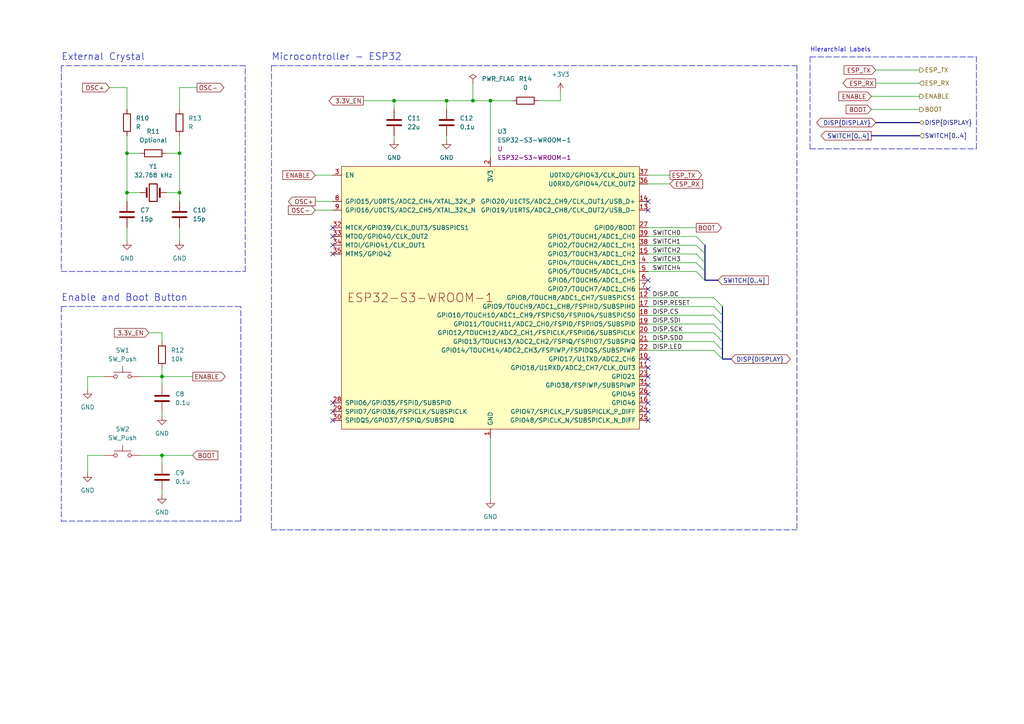
<source format=kicad_sch>
(kicad_sch (version 20211123) (generator eeschema)
  (paper "A4")
  (lib_symbols
    (symbol "Device:C" (pin_numbers hide) (pin_names (offset 0.254))
      (property "Reference" "C" (at 0.635 2.54 0))
      (property "Value" "C" (at 0.635 -2.54 0))
      (symbol "C_0_1"
        (polyline (pts (xy -2.032 -0.762) (xy 2.032 -0.762)) (stroke (width 0.508)))
        (polyline (pts (xy -2.032 0.762) (xy 2.032 0.762)) (stroke (width 0.508)))
      )
      (symbol "C_1_1"
        (pin passive line (at 0 3.81 270) (length 2.794) (name "~") (number "1"))
        (pin passive line (at 0 -3.81 90) (length 2.794) (name "~") (number "2"))
      )
    )
    (symbol "Device:Crystal" (pin_numbers hide) (pin_names (offset 1.016) hide)
      (property "Reference" "Y" (at 0 3.81 0))
      (property "Value" "Crystal" (at 0 -3.81 0))
      (symbol "Crystal_0_1"
        (rectangle (start -1.143 2.54) (end 1.143 -2.54) (stroke (width 0.3048)))
        (polyline (pts (xy -2.54 0) (xy -1.905 0)))
        (polyline (pts (xy -1.905 -1.27) (xy -1.905 1.27)) (stroke (width 0.508)))
        (polyline (pts (xy 1.905 -1.27) (xy 1.905 1.27)) (stroke (width 0.508)))
        (polyline (pts (xy 2.54 0) (xy 1.905 0)))
      )
      (symbol "Crystal_1_1"
        (pin passive line (at -3.81 0 0) (length 1.27) (name "1") (number "1"))
        (pin passive line (at 3.81 0 180) (length 1.27) (name "2") (number "2"))
      )
    )
    (symbol "Device:R" (pin_numbers hide) (pin_names (offset 0))
      (property "Reference" "R" (at 2.032 0 90))
      (property "Value" "R" (at 0 0 90))
      (symbol "R_0_1"
        (rectangle (start -1.016 -2.54) (end 1.016 2.54) (stroke (width 0.254)))
      )
      (symbol "R_1_1"
        (pin passive line (at 0 3.81 270) (length 1.27) (name "~") (number "1"))
        (pin passive line (at 0 -3.81 90) (length 1.27) (name "~") (number "2"))
      )
    )
    (symbol "Espressif:ESP32-S3-WROOM-1" (pin_names (offset 1.016))
      (property "Value" "ESP32-S3-WROOM-1" (at 0 0 0))
      (property "Reference_1" "U" (at -43.18 43.18 0))
      (property "Value_1" "ESP32-S3-WROOM-1" (at -43.18 40.64 0))
      (symbol "ESP32-S3-WROOM-1_0_0"
        (text "ESP32-S3-WROOM-1" (at -20.32 0 0) (effects (font (size 2.54 2.54))))
        (pin power_in line (at 0 -40.64 90) (length 2.54) (name "GND") (number "1"))
        (pin bidirectional line (at 45.72 -17.78 180) (length 2.54) (name "GPIO17/U1TXD/ADC2_CH6") (number "10"))
        (pin bidirectional line (at 45.72 -20.32 180) (length 2.54) (name "GPIO18/U1RXD/ADC2_CH7/CLK_OUT3") (number "11"))
        (pin bidirectional line (at 45.72 0 180) (length 2.54) (name "GPIO8/TOUCH8/ADC1_CH7/SUBSPICS1") (number "12"))
        (pin bidirectional line (at 45.72 25.4 180) (length 2.54) (name "GPIO19/U1RTS/ADC2_CH8/CLK_OUT2/USB_D-") (number "13"))
        (pin bidirectional line (at 45.72 27.94 180) (length 2.54) (name "GPIO20/U1CTS/ADC2_CH9/CLK_OUT1/USB_D+") (number "14"))
        (pin bidirectional line (at 45.72 12.7 180) (length 2.54) (name "GPIO3/TOUCH3/ADC1_CH2") (number "15"))
        (pin bidirectional line (at 45.72 -30.48 180) (length 2.54) (name "GPIO46") (number "16"))
        (pin bidirectional line (at 45.72 -2.54 180) (length 2.54) (name "GPIO9/TOUCH9/ADC1_CH8/FSPIHD/SUBSPIHD") (number "17"))
        (pin bidirectional line (at 45.72 -5.08 180) (length 2.54) (name "GPIO10/TOUCH10/ADC1_CH9/FSPICS0/FSPIIO4/SUBSPICS0") (number "18"))
        (pin bidirectional line (at 45.72 -7.62 180) (length 2.54) (name "GPIO11/TOUCH11/ADC2_CH0/FSPID/FSPIIO5/SUBSPID") (number "19"))
        (pin power_in line (at 0 40.64 270) (length 2.54) (name "3V3") (number "2"))
        (pin bidirectional line (at 45.72 -10.16 180) (length 2.54) (name "GPIO12/TOUCH12/ADC2_CH1/FSPICLK/FSPIIO6/SUBSPICLK") (number "20"))
        (pin bidirectional line (at 45.72 -12.7 180) (length 2.54) (name "GPIO13/TOUCH13/ADC2_CH2/FSPIQ/FSPIIO7/SUBSPIQ") (number "21"))
        (pin bidirectional line (at 45.72 -15.24 180) (length 2.54) (name "GPIO14/TOUCH14/ADC2_CH3/FSPIWP/FSPIDQS/SUBSPIWP") (number "22"))
        (pin bidirectional line (at 45.72 -22.86 180) (length 2.54) (name "GPIO21") (number "23"))
        (pin bidirectional line (at 45.72 -33.02 180) (length 2.54) (name "GPIO47/SPICLK_P/SUBSPICLK_P_DIFF") (number "24"))
        (pin bidirectional line (at 45.72 -35.56 180) (length 2.54) (name "GPIO48/SPICLK_N/SUBSPICLK_N_DIFF") (number "25"))
        (pin bidirectional line (at 45.72 -27.94 180) (length 2.54) (name "GPIO45") (number "26"))
        (pin bidirectional line (at 45.72 20.32 180) (length 2.54) (name "GPIO0/BOOT") (number "27"))
        (pin bidirectional line (at -45.72 -30.48 0) (length 2.54) (name "SPIIO6/GPIO35/FSPID/SUBSPID") (number "28"))
        (pin bidirectional line (at -45.72 -33.02 0) (length 2.54) (name "SPIIO7/GPIO36/FSPICLK/SUBSPICLK") (number "29"))
        (pin input line (at -45.72 35.56 0) (length 2.54) (name "EN") (number "3"))
        (pin bidirectional line (at -45.72 -35.56 0) (length 2.54) (name "SPIDQS/GPIO37/FSPIQ/SUBSPIQ") (number "30"))
        (pin bidirectional line (at 45.72 -25.4 180) (length 2.54) (name "GPIO38/FSPIWP/SUBSPIWP") (number "31"))
        (pin bidirectional line (at -45.72 20.32 0) (length 2.54) (name "MTCK/GPIO39/CLK_OUT3/SUBSPICS1") (number "32"))
        (pin bidirectional line (at -45.72 17.78 0) (length 2.54) (name "MTDO/GPIO40/CLK_OUT2") (number "33"))
        (pin bidirectional line (at -45.72 15.24 0) (length 2.54) (name "MTDI/GPIO41/CLK_OUT1") (number "34"))
        (pin bidirectional line (at -45.72 12.7 0) (length 2.54) (name "MTMS/GPIO42") (number "35"))
        (pin bidirectional line (at 45.72 33.02 180) (length 2.54) (name "U0RXD/GPIO44/CLK_OUT2") (number "36"))
        (pin bidirectional line (at 45.72 35.56 180) (length 2.54) (name "U0TXD/GPIO43/CLK_OUT1") (number "37"))
        (pin bidirectional line (at 45.72 15.24 180) (length 2.54) (name "GPIO2/TOUCH2/ADC1_CH1") (number "38"))
        (pin bidirectional line (at 45.72 17.78 180) (length 2.54) (name "GPIO1/TOUCH1/ADC1_CH0") (number "39"))
        (pin bidirectional line (at 45.72 10.16 180) (length 2.54) (name "GPIO4/TOUCH4/ADC1_CH3") (number "4"))
        (pin passive line (at 0 -40.64 90) (length 2.54) hide (name "GND") (number "40"))
        (pin passive line (at 0 -40.64 90) (length 2.54) hide (name "GND") (number "41"))
        (pin bidirectional line (at 45.72 7.62 180) (length 2.54) (name "GPIO5/TOUCH5/ADC1_CH4") (number "5"))
        (pin bidirectional line (at 45.72 5.08 180) (length 2.54) (name "GPIO6/TOUCH6/ADC1_CH5") (number "6"))
        (pin bidirectional line (at 45.72 2.54 180) (length 2.54) (name "GPIO7/TOUCH7/ADC1_CH6") (number "7"))
        (pin bidirectional line (at -45.72 27.94 0) (length 2.54) (name "GPIO15/U0RTS/ADC2_CH4/XTAL_32K_P") (number "8"))
        (pin bidirectional line (at -45.72 25.4 0) (length 2.54) (name "GPIO16/U0CTS/ADC2_CH5/XTAL_32K_N") (number "9"))
      )
      (symbol "ESP32-S3-WROOM-1_0_1"
        (rectangle (start -43.18 38.1) (end 43.18 -38.1) (fill (type background)))
      )
    )
    (symbol "Switch:SW_Push" (pin_numbers hide) (pin_names (offset 1.016) hide)
      (property "Reference" "SW" (at 1.27 2.54 0))
      (property "Value" "SW_Push" (at 0 -1.524 0))
      (symbol "SW_Push_0_1"
        (circle (center -2.032 0) (radius 0.508))
        (polyline (pts (xy 0 1.27) (xy 0 3.048)))
        (polyline (pts (xy 2.54 1.27) (xy -2.54 1.27)))
        (circle (center 2.032 0) (radius 0.508))
        (pin passive line (at -5.08 0 0) (length 2.54) (name "1") (number "1"))
        (pin passive line (at 5.08 0 180) (length 2.54) (name "2") (number "2"))
      )
    )
    (symbol "power:+3.3V" (power) (pin_names (offset 0))
      (property "Value" "+3.3V" (at 0 3.556 0))
      (symbol "+3.3V_0_1"
        (polyline (pts (xy -0.762 1.27) (xy 0 2.54)))
        (polyline (pts (xy 0 0) (xy 0 2.54)))
        (polyline (pts (xy 0 2.54) (xy 0.762 1.27)))
      )
      (symbol "+3.3V_1_1"
        (pin power_in line (at 0 0 90) (length 0) hide (name "+3V3") (number "1"))
      )
    )
    (symbol "power:GND" (power) (pin_names (offset 0))
      (property "Value" "GND" (at 0 -3.81 0))
      (symbol "GND_0_1"
        (polyline (pts (xy 0 0) (xy 0 -1.27) (xy 1.27 -1.27) (xy 0 -2.54) (xy -1.27 -1.27) (xy 0 -1.27)))
      )
      (symbol "GND_1_1"
        (pin power_in line (at 0 0 270) (length 0) hide (name "GND") (number "1"))
      )
    )
    (symbol "power:PWR_FLAG" (power) (pin_numbers hide) (pin_names (offset 0) hide)
      (property "Value" "PWR_FLAG" (at 0 3.81 0))
      (symbol "PWR_FLAG_0_0"
        (pin power_out line (at 0 0 90) (length 0) (name "pwr") (number "1"))
      )
      (symbol "PWR_FLAG_0_1"
        (polyline (pts (xy 0 0) (xy 0 1.27) (xy -1.016 1.905) (xy 0 2.54) (xy 1.016 1.905) (xy 0 1.27)))
      )
    )
  )
  (bus_alias "DISPLAY" (members "DC" "RESET" "LED" "CS" "SDI" "SCK" "SDO"))
  (junction (at 114.3 29.21))
  (junction (at 129.54 29.21))
  (junction (at 36.83 44.45))
  (junction (at 46.99 132.08))
  (junction (at 52.07 55.88))
  (junction (at 137.16 29.21))
  (junction (at 36.83 55.88))
  (junction (at 142.24 29.21))
  (junction (at 52.07 44.45))
  (junction (at 46.99 109.22))
  (no_connect (at 96.52 116.84))
  (no_connect (at 187.96 60.96))
  (no_connect (at 187.96 58.42))
  (no_connect (at 187.96 81.28))
  (no_connect (at 187.96 83.82))
  (no_connect (at 187.96 104.14))
  (no_connect (at 96.52 119.38))
  (no_connect (at 187.96 106.68))
  (no_connect (at 187.96 114.3))
  (no_connect (at 187.96 119.38))
  (no_connect (at 187.96 109.22))
  (no_connect (at 187.96 111.76))
  (no_connect (at 187.96 116.84))
  (no_connect (at 187.96 121.92))
  (no_connect (at 96.52 66.04))
  (no_connect (at 96.52 71.12))
  (no_connect (at 96.52 73.66))
  (no_connect (at 96.52 68.58))
  (no_connect (at 96.52 121.92))
  (bus_entry (at 201.93 73.66) (size 2.54 2.54))
  (bus_entry (at 201.93 78.74) (size 2.54 2.54))
  (bus_entry (at 207.01 99.06) (size 2.54 2.54))
  (bus_entry (at 207.01 88.9) (size 2.54 2.54))
  (bus_entry (at 207.01 91.44) (size 2.54 2.54))
  (bus_entry (at 207.01 101.6) (size 2.54 2.54))
  (bus_entry (at 201.93 76.2) (size 2.54 2.54))
  (bus_entry (at 207.01 96.52) (size 2.54 2.54))
  (bus_entry (at 207.01 93.98) (size 2.54 2.54))
  (bus_entry (at 201.93 68.58) (size 2.54 2.54))
  (bus_entry (at 207.01 86.36) (size 2.54 2.54))
  (bus_entry (at 201.93 71.12) (size 2.54 2.54))
  (polyline (pts (xy 17.78 88.9) (xy 69.85 88.9)))
  (wire (pts (xy 31.75 25.4) (xy 36.83 25.4)))
  (wire (pts (xy 187.96 76.2) (xy 201.93 76.2)))
  (wire (pts (xy 46.99 106.68) (xy 46.99 109.22)))
  (wire (pts (xy 142.24 29.21) (xy 148.59 29.21)))
  (wire (pts (xy 187.96 53.34) (xy 194.31 53.34)))
  (wire (pts (xy 187.96 68.58) (xy 201.93 68.58)))
  (polyline (pts (xy 17.78 21.59) (xy 17.78 78.74)))
  (bus (pts (xy 209.55 96.52) (xy 209.55 99.06)))
  (wire (pts (xy 162.56 26.67) (xy 162.56 29.21)))
  (polyline (pts (xy 17.78 19.05) (xy 17.78 21.59)))
  (wire (pts (xy 46.99 109.22) (xy 46.99 111.76)))
  (wire (pts (xy 46.99 96.52) (xy 46.99 99.06)))
  (wire (pts (xy 129.54 39.37) (xy 129.54 40.64)))
  (polyline (pts (xy 71.12 78.74) (xy 71.12 19.05)))
  (polyline (pts (xy 71.12 19.05) (xy 17.78 19.05)))
  (wire (pts (xy 25.4 109.22) (xy 25.4 113.03)))
  (wire (pts (xy 40.64 132.08) (xy 46.99 132.08)))
  (wire (pts (xy 40.64 44.45) (xy 36.83 44.45)))
  (wire (pts (xy 52.07 25.4) (xy 52.07 31.75)))
  (wire (pts (xy 187.96 71.12) (xy 201.93 71.12)))
  (wire (pts (xy 91.44 58.42) (xy 96.52 58.42)))
  (wire (pts (xy 48.26 55.88) (xy 52.07 55.88)))
  (polyline (pts (xy 78.74 153.67) (xy 231.14 153.67)))
  (wire (pts (xy 187.96 88.9) (xy 207.01 88.9)))
  (bus (pts (xy 254 35.56) (xy 266.7 35.56)))
  (wire (pts (xy 187.96 50.8) (xy 194.31 50.8)))
  (wire (pts (xy 36.83 58.42) (xy 36.83 55.88)))
  (bus (pts (xy 204.47 78.74) (xy 204.47 81.28)))
  (wire (pts (xy 46.99 119.38) (xy 46.99 120.65)))
  (wire (pts (xy 137.16 29.21) (xy 129.54 29.21)))
  (wire (pts (xy 187.96 66.04) (xy 201.93 66.04)))
  (wire (pts (xy 91.44 50.8) (xy 96.52 50.8)))
  (polyline (pts (xy 234.95 16.51) (xy 283.21 16.51)))
  (bus (pts (xy 252.73 39.37) (xy 266.7 39.37)))
  (bus (pts (xy 204.47 73.66) (xy 204.47 76.2)))
  (polyline (pts (xy 283.21 43.18) (xy 283.21 16.51)))
  (bus (pts (xy 209.55 99.06) (xy 209.55 101.6)))
  (wire (pts (xy 46.99 132.08) (xy 46.99 134.62)))
  (wire (pts (xy 142.24 29.21) (xy 137.16 29.21)))
  (polyline (pts (xy 78.74 19.05) (xy 78.74 153.67)))
  (wire (pts (xy 254 20.32) (xy 266.7 20.32)))
  (wire (pts (xy 187.96 96.52) (xy 207.01 96.52)))
  (wire (pts (xy 52.07 66.04) (xy 52.07 69.85)))
  (wire (pts (xy 46.99 132.08) (xy 55.88 132.08)))
  (wire (pts (xy 142.24 127) (xy 142.24 144.78)))
  (polyline (pts (xy 17.78 88.9) (xy 17.78 151.13)))
  (bus (pts (xy 209.55 88.9) (xy 209.55 91.44)))
  (wire (pts (xy 36.83 55.88) (xy 40.64 55.88)))
  (polyline (pts (xy 231.14 19.05) (xy 231.14 153.67)))
  (bus (pts (xy 209.55 93.98) (xy 209.55 96.52)))
  (wire (pts (xy 187.96 93.98) (xy 207.01 93.98)))
  (wire (pts (xy 36.83 66.04) (xy 36.83 69.85)))
  (polyline (pts (xy 69.85 151.13) (xy 69.85 88.9)))
  (wire (pts (xy 114.3 31.75) (xy 114.3 29.21)))
  (wire (pts (xy 156.21 29.21) (xy 162.56 29.21)))
  (polyline (pts (xy 78.74 19.05) (xy 231.14 19.05)))
  (wire (pts (xy 142.24 29.21) (xy 142.24 45.72)))
  (wire (pts (xy 114.3 39.37) (xy 114.3 40.64)))
  (wire (pts (xy 36.83 25.4) (xy 36.83 31.75)))
  (wire (pts (xy 43.18 96.52) (xy 46.99 96.52)))
  (polyline (pts (xy 17.78 78.74) (xy 71.12 78.74)))
  (bus (pts (xy 204.47 71.12) (xy 204.47 73.66)))
  (wire (pts (xy 91.44 60.96) (xy 96.52 60.96)))
  (wire (pts (xy 252.73 31.75) (xy 266.7 31.75)))
  (wire (pts (xy 129.54 29.21) (xy 129.54 31.75)))
  (wire (pts (xy 25.4 132.08) (xy 25.4 137.16)))
  (wire (pts (xy 48.26 44.45) (xy 52.07 44.45)))
  (wire (pts (xy 187.96 91.44) (xy 207.01 91.44)))
  (polyline (pts (xy 17.78 151.13) (xy 69.85 151.13)))
  (wire (pts (xy 36.83 44.45) (xy 36.83 55.88)))
  (polyline (pts (xy 234.95 43.18) (xy 283.21 43.18)))
  (bus (pts (xy 209.55 104.14) (xy 212.09 104.14)))
  (wire (pts (xy 46.99 109.22) (xy 55.88 109.22)))
  (wire (pts (xy 254 24.13) (xy 266.7 24.13)))
  (wire (pts (xy 46.99 142.24) (xy 46.99 143.51)))
  (wire (pts (xy 52.07 44.45) (xy 52.07 55.88)))
  (wire (pts (xy 114.3 29.21) (xy 129.54 29.21)))
  (wire (pts (xy 187.96 78.74) (xy 201.93 78.74)))
  (wire (pts (xy 252.73 27.94) (xy 266.7 27.94)))
  (bus (pts (xy 209.55 101.6) (xy 209.55 104.14)))
  (wire (pts (xy 25.4 109.22) (xy 30.48 109.22)))
  (wire (pts (xy 25.4 132.08) (xy 30.48 132.08)))
  (polyline (pts (xy 234.95 16.51) (xy 234.95 43.18)))
  (wire (pts (xy 40.64 109.22) (xy 46.99 109.22)))
  (wire (pts (xy 187.96 99.06) (xy 207.01 99.06)))
  (wire (pts (xy 187.96 86.36) (xy 207.01 86.36)))
  (bus (pts (xy 204.47 76.2) (xy 204.47 78.74)))
  (wire (pts (xy 187.96 101.6) (xy 207.01 101.6)))
  (bus (pts (xy 204.47 81.28) (xy 208.28 81.28)))
  (bus (pts (xy 209.55 91.44) (xy 209.55 93.98)))
  (wire (pts (xy 105.41 29.21) (xy 114.3 29.21)))
  (wire (pts (xy 52.07 58.42) (xy 52.07 55.88)))
  (wire (pts (xy 57.15 25.4) (xy 52.07 25.4)))
  (wire (pts (xy 36.83 44.45) (xy 36.83 39.37)))
  (wire (pts (xy 52.07 44.45) (xy 52.07 39.37)))
  (wire (pts (xy 137.16 24.13) (xy 137.16 29.21)))
  (wire (pts (xy 187.96 73.66) (xy 201.93 73.66)))
  (text "External Crystal" (at 17.78 17.78 0) (effects (font (size 2 2)) (justify left bottom)))
  (text "Enable and Boot Button" (at 17.78 87.63 0) (effects (font (size 2 2)) (justify left bottom)))
  (text "Hierarchial Labels" (at 234.95 15.24 0) (effects (font (size 1.27 1.27)) (justify left bottom)))
  (text "Microcontroller - ESP32" (at 78.74 17.78 0) (effects (font (size 2 2)) (justify left bottom)))
  (label "DISP.SCK" (at 189.23 96.52 0))
  (label "SWITCH4" (at 189.23 78.74 0))
  (label "DISP.CS" (at 189.23 91.44 0))
  (label "DISP.DC" (at 189.23 86.36 0))
  (label "DISP.RESET" (at 189.23 88.9 0))
  (label "DISP.SDO" (at 189.23 99.06 0))
  (label "SWITCH3" (at 189.23 76.2 0))
  (label "SWITCH2" (at 189.23 73.66 0))
  (label "SWITCH1" (at 189.23 71.12 0))
  (label "DISP.SDI" (at 189.23 93.98 0))
  (label "SWITCH0" (at 189.23 68.58 0))
  (label "DISP.LED" (at 189.23 101.6 0))
  (global_label "OSC-" (shape output) (at 57.15 25.4 0) (property "Intersheet References" "${INTERSHEET_REFS}" (effects hide)))
  (global_label "BOOT" (shape input) (at 252.73 31.75 180) (property "Intersheet References" "${INTERSHEET_REFS}" (effects hide)))
  (global_label "ESP_RX" (shape input) (at 194.31 53.34 0) (property "Intersheet References" "${INTERSHEET_REFS}" (effects hide)))
  (global_label "DISP{DISPLAY}" (shape bidirectional) (at 254 35.56 180) (property "Intersheet References" "${INTERSHEET_REFS}" (effects hide)))
  (global_label "BOOT" (shape input) (at 55.88 132.08 0) (property "Intersheet References" "${INTERSHEET_REFS}" (effects hide)))
  (global_label "ENABLE" (shape input) (at 252.73 27.94 180) (property "Intersheet References" "${INTERSHEET_REFS}" (effects hide)))
  (global_label "3.3V_EN" (shape input) (at 43.18 96.52 180) (property "Intersheet References" "${INTERSHEET_REFS}" (effects hide)))
  (global_label "BOOT" (shape output) (at 201.93 66.04 0) (property "Intersheet References" "${INTERSHEET_REFS}" (effects hide)))
  (global_label "ESP_TX" (shape input) (at 254 20.32 180) (property "Intersheet References" "${INTERSHEET_REFS}" (effects hide)))
  (global_label "OSC+" (shape input) (at 31.75 25.4 180) (property "Intersheet References" "${INTERSHEET_REFS}" (effects hide)))
  (global_label "DISP{DISPLAY}" (shape bidirectional) (at 212.09 104.14 0) (property "Intersheet References" "${INTERSHEET_REFS}" (effects hide)))
  (global_label "3.3V_EN" (shape output) (at 105.41 29.21 180) (property "Intersheet References" "${INTERSHEET_REFS}" (effects hide)))
  (global_label "ESP_TX" (shape output) (at 194.31 50.8 0) (property "Intersheet References" "${INTERSHEET_REFS}" (effects hide)))
  (global_label "OSC+" (shape output) (at 91.44 58.42 180) (property "Intersheet References" "${INTERSHEET_REFS}" (effects hide)))
  (global_label "ESP_RX" (shape output) (at 254 24.13 180) (property "Intersheet References" "${INTERSHEET_REFS}" (effects hide)))
  (global_label "SWITCH[0..4]" (shape input) (at 208.28 81.28 0) (property "Intersheet References" "${INTERSHEET_REFS}" (effects hide)))
  (global_label "OSC-" (shape input) (at 91.44 60.96 180) (property "Intersheet References" "${INTERSHEET_REFS}" (effects hide)))
  (global_label "SWITCH[0..4]" (shape output) (at 252.73 39.37 180) (property "Intersheet References" "${INTERSHEET_REFS}" (effects hide)))
  (global_label "ENABLE" (shape output) (at 55.88 109.22 0) (property "Intersheet References" "${INTERSHEET_REFS}" (effects hide)))
  (global_label "ENABLE" (shape input) (at 91.44 50.8 180) (property "Intersheet References" "${INTERSHEET_REFS}" (effects hide)))
  (hierarchical_label "ESP_RX" (shape input) (at 266.7 24.13 0))
  (hierarchical_label "DISP{DISPLAY}" (shape bidirectional) (at 266.7 35.56 0))
  (hierarchical_label "ESP_TX" (shape output) (at 266.7 20.32 0))
  (hierarchical_label "SWITCH[0..4]" (shape input) (at 266.7 39.37 0))
  (hierarchical_label "ENABLE" (shape output) (at 266.7 27.94 0))
  (hierarchical_label "BOOT" (shape output) (at 266.7 31.75 0))
  (symbol (lib_id "power:+3.3V") (at 162.56 26.67 0) (unit 1)
    (property "Reference" "#PWR031" (effects hide))
    (property "Value" "+3.3V" (at 162.56 21.59 0))
  )
  (symbol (lib_id "Espressif:ESP32-S3-WROOM-1") (at 142.24 86.36 0) (unit 1)
    (property "Reference" "U3" (at 144.2594 38.1 0) (effects (justify left)))
    (property "Value" "ESP32-S3-WROOM-1" (at 144.2594 40.64 0) (effects (justify left)))
    (property "Footprint" "Espressif:ESP32-S3-WROOM-1U" (effects hide))
    (property "Reference_1" "U" (at 144.2594 43.18 0) (effects (justify left)))
    (property "Value_1" "ESP32-S3-WROOM-1" (at 144.2594 45.72 0) (effects (justify left)))
    (property "Footprint_1" "Espressif:ESP32-S3-WROOM-1" (effects hide))
    (property "Datasheet_1" "https://www.espressif.com/sites/default/files/documentation/esp32-s3-wroom-1_wroom-1u_datasheet_en.pdf" (effects hide))
    (property "JLCPCB_Component" "https://jlcpcb.com/partdetail/3522416-ESP32_S3_WROOM_1UN16R8/C3013946" (effects hide))
  )
  (symbol (lib_id "power:GND") (at 46.99 120.65 0) (unit 1)
    (property "Reference" "#PWR025" (effects hide))
    (property "Value" "GND" (at 46.99 125.73 0))
  )
  (symbol (lib_id "power:GND") (at 52.07 69.85 0) (unit 1)
    (property "Reference" "#PWR027" (effects hide))
    (property "Value" "GND" (at 52.07 74.93 0))
  )
  (symbol (lib_id "Device:C") (at 46.99 115.57 180) (unit 1)
    (property "Reference" "C8" (at 50.8 114.2999 0) (effects (justify right)))
    (property "Value" "0.1u" (at 50.8 116.8399 0) (effects (justify right)))
    (property "Footprint" "Capacitor_SMD:C_0805_2012Metric_Pad1.18x1.45mm_HandSolder" (effects hide))
  )
  (symbol (lib_id "Device:R") (at 36.83 35.56 180) (unit 1)
    (property "Reference" "R10" (at 39.37 34.2899 0) (effects (justify right)))
    (property "Value" "R" (at 39.37 36.8299 0) (effects (justify right)))
    (property "Footprint" "Resistor_SMD:R_0805_2012Metric_Pad1.20x1.40mm_HandSolder" (effects hide))
  )
  (symbol (lib_id "Device:R") (at 44.45 44.45 90) (unit 1)
    (property "Reference" "R11" (at 44.45 38.1 90))
    (property "Value" "Optional" (at 44.45 40.64 90))
    (property "Footprint" "Resistor_SMD:R_0805_2012Metric_Pad1.20x1.40mm_HandSolder" (effects hide))
  )
  (symbol (lib_id "Device:C") (at 36.83 62.23 0) (unit 1)
    (property "Reference" "C7" (at 40.64 60.9599 0) (effects (justify left)))
    (property "Value" "15p" (at 40.64 63.4999 0) (effects (justify left)))
    (property "Footprint" "Capacitor_SMD:C_0805_2012Metric_Pad1.18x1.45mm_HandSolder" (effects hide))
  )
  (symbol (lib_id "power:GND") (at 142.24 144.78 0) (unit 1)
    (property "Reference" "#PWR030" (effects hide))
    (property "Value" "GND" (at 142.24 149.86 0))
  )
  (symbol (lib_id "Device:C") (at 46.99 138.43 180) (unit 1)
    (property "Reference" "C9" (at 50.8 137.1599 0) (effects (justify right)))
    (property "Value" "0.1u" (at 50.8 139.6999 0) (effects (justify right)))
    (property "Footprint" "Capacitor_SMD:C_0805_2012Metric_Pad1.18x1.45mm_HandSolder" (effects hide))
  )
  (symbol (lib_id "power:GND") (at 46.99 143.51 0) (unit 1)
    (property "Reference" "#PWR026" (effects hide))
    (property "Value" "GND" (at 46.99 148.59 0))
  )
  (symbol (lib_id "power:GND") (at 36.83 69.85 0) (unit 1)
    (property "Reference" "#PWR024" (effects hide))
    (property "Value" "GND" (at 36.83 74.93 0))
  )
  (symbol (lib_id "power:GND") (at 25.4 137.16 0) (unit 1)
    (property "Reference" "#PWR023" (effects hide))
    (property "Value" "GND" (at 25.4 142.24 0))
  )
  (symbol (lib_id "power:GND") (at 114.3 40.64 0) (unit 1)
    (property "Reference" "#PWR028" (effects hide))
    (property "Value" "GND" (at 114.3 45.72 0))
  )
  (symbol (lib_id "Device:C") (at 129.54 35.56 180) (unit 1)
    (property "Reference" "C12" (at 133.35 34.2899 0) (effects (justify right)))
    (property "Value" "0.1u" (at 133.35 36.8299 0) (effects (justify right)))
    (property "Footprint" "Capacitor_SMD:C_0805_2012Metric_Pad1.18x1.45mm_HandSolder" (effects hide))
  )
  (symbol (lib_id "Switch:SW_Push") (at 35.56 109.22 0) (unit 1)
    (property "Reference" "SW1" (at 35.56 101.6 0))
    (property "Value" "SW_Push" (at 35.56 104.14 0))
    (property "Footprint" "JLCPCB_Components:Switch_Small" (effects hide))
  )
  (symbol (lib_id "Device:C") (at 114.3 35.56 180) (unit 1)
    (property "Reference" "C11" (at 118.11 34.2899 0) (effects (justify right)))
    (property "Value" "22u" (at 118.11 36.8299 0) (effects (justify right)))
    (property "Footprint" "Capacitor_SMD:C_0805_2012Metric_Pad1.18x1.45mm_HandSolder" (effects hide))
  )
  (symbol (lib_id "power:GND") (at 25.4 113.03 0) (unit 1)
    (property "Reference" "#PWR022" (effects hide))
    (property "Value" "GND" (at 25.4 118.11 0))
  )
  (symbol (lib_id "Device:R") (at 46.99 102.87 180) (unit 1)
    (property "Reference" "R12" (at 49.53 101.5999 0) (effects (justify right)))
    (property "Value" "10k" (at 49.53 104.1399 0) (effects (justify right)))
    (property "Footprint" "Resistor_SMD:R_0805_2012Metric_Pad1.20x1.40mm_HandSolder" (effects hide))
  )
  (symbol (lib_id "Device:R") (at 52.07 35.56 180) (unit 1)
    (property "Reference" "R13" (at 54.61 34.2899 0) (effects (justify right)))
    (property "Value" "R" (at 54.61 36.8299 0) (effects (justify right)))
    (property "Footprint" "Resistor_SMD:R_0805_2012Metric_Pad1.20x1.40mm_HandSolder" (effects hide))
  )
  (symbol (lib_id "Device:Crystal") (at 44.45 55.88 180) (unit 1)
    (property "Reference" "Y1" (at 44.45 48.26 0))
    (property "Value" "32.768 kHz" (at 44.45 50.8 0))
    (property "Footprint" "Crystal:Crystal_SMD_3215-2Pin_3.2x1.5mm" (effects hide))
  )
  (symbol (lib_id "Device:C") (at 52.07 62.23 0) (unit 1)
    (property "Reference" "C10" (at 55.88 60.9599 0) (effects (justify left)))
    (property "Value" "15p" (at 55.88 63.4999 0) (effects (justify left)))
    (property "Footprint" "Capacitor_SMD:C_0805_2012Metric_Pad1.18x1.45mm_HandSolder" (effects hide))
  )
  (symbol (lib_id "Switch:SW_Push") (at 35.56 132.08 0) (unit 1)
    (property "Reference" "SW2" (at 35.56 124.46 0))
    (property "Value" "SW_Push" (at 35.56 127 0))
    (property "Footprint" "JLCPCB_Components:Switch_Small" (effects hide))
  )
  (symbol (lib_id "Device:R") (at 152.4 29.21 90) (unit 1)
    (property "Reference" "R14" (at 152.4 22.86 90))
    (property "Value" "0" (at 152.4 25.4 90))
    (property "Footprint" "Resistor_SMD:R_0805_2012Metric_Pad1.20x1.40mm_HandSolder" (effects hide))
  )
  (symbol (lib_id "power:GND") (at 129.54 40.64 0) (unit 1)
    (property "Reference" "#PWR029" (effects hide))
    (property "Value" "GND" (at 129.54 45.72 0))
  )
  (symbol (lib_id "power:PWR_FLAG") (at 137.16 24.13 0) (unit 1)
    (property "Reference" "#FLG03" (effects hide))
    (property "Value" "PWR_FLAG" (at 139.7 22.8599 0) (effects (justify left)))
  )
)
</source>
